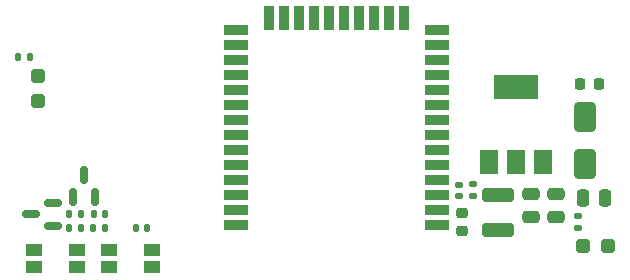
<source format=gbr>
G04 #@! TF.GenerationSoftware,KiCad,Pcbnew,(7.0.0)*
G04 #@! TF.CreationDate,2023-08-14T16:39:54+01:00*
G04 #@! TF.ProjectId,DevKit2022-Kicad7,4465764b-6974-4323-9032-322d4b696361,v1.0*
G04 #@! TF.SameCoordinates,Original*
G04 #@! TF.FileFunction,Paste,Top*
G04 #@! TF.FilePolarity,Positive*
%FSLAX46Y46*%
G04 Gerber Fmt 4.6, Leading zero omitted, Abs format (unit mm)*
G04 Created by KiCad (PCBNEW (7.0.0)) date 2023-08-14 16:39:54*
%MOMM*%
%LPD*%
G01*
G04 APERTURE LIST*
G04 Aperture macros list*
%AMRoundRect*
0 Rectangle with rounded corners*
0 $1 Rounding radius*
0 $2 $3 $4 $5 $6 $7 $8 $9 X,Y pos of 4 corners*
0 Add a 4 corners polygon primitive as box body*
4,1,4,$2,$3,$4,$5,$6,$7,$8,$9,$2,$3,0*
0 Add four circle primitives for the rounded corners*
1,1,$1+$1,$2,$3*
1,1,$1+$1,$4,$5*
1,1,$1+$1,$6,$7*
1,1,$1+$1,$8,$9*
0 Add four rect primitives between the rounded corners*
20,1,$1+$1,$2,$3,$4,$5,0*
20,1,$1+$1,$4,$5,$6,$7,0*
20,1,$1+$1,$6,$7,$8,$9,0*
20,1,$1+$1,$8,$9,$2,$3,0*%
G04 Aperture macros list end*
%ADD10RoundRect,0.135000X-0.185000X0.135000X-0.185000X-0.135000X0.185000X-0.135000X0.185000X0.135000X0*%
%ADD11RoundRect,0.135000X-0.135000X-0.185000X0.135000X-0.185000X0.135000X0.185000X-0.135000X0.185000X0*%
%ADD12RoundRect,0.150000X0.150000X-0.587500X0.150000X0.587500X-0.150000X0.587500X-0.150000X-0.587500X0*%
%ADD13RoundRect,0.150000X0.587500X0.150000X-0.587500X0.150000X-0.587500X-0.150000X0.587500X-0.150000X0*%
%ADD14RoundRect,0.250000X0.650000X-1.000000X0.650000X1.000000X-0.650000X1.000000X-0.650000X-1.000000X0*%
%ADD15RoundRect,0.218750X-0.218750X-0.256250X0.218750X-0.256250X0.218750X0.256250X-0.218750X0.256250X0*%
%ADD16RoundRect,0.250000X-1.100000X0.325000X-1.100000X-0.325000X1.100000X-0.325000X1.100000X0.325000X0*%
%ADD17RoundRect,0.225000X-0.250000X0.225000X-0.250000X-0.225000X0.250000X-0.225000X0.250000X0.225000X0*%
%ADD18RoundRect,0.140000X0.170000X-0.140000X0.170000X0.140000X-0.170000X0.140000X-0.170000X-0.140000X0*%
%ADD19RoundRect,0.140000X-0.140000X-0.170000X0.140000X-0.170000X0.140000X0.170000X-0.140000X0.170000X0*%
%ADD20RoundRect,0.250000X-0.475000X0.250000X-0.475000X-0.250000X0.475000X-0.250000X0.475000X0.250000X0*%
%ADD21RoundRect,0.250000X-0.250000X-0.475000X0.250000X-0.475000X0.250000X0.475000X-0.250000X0.475000X0*%
%ADD22R,2.000000X0.900000*%
%ADD23R,0.900000X2.000000*%
%ADD24RoundRect,0.300000X0.300000X-0.300000X0.300000X0.300000X-0.300000X0.300000X-0.300000X-0.300000X0*%
%ADD25RoundRect,0.300000X0.300000X0.300000X-0.300000X0.300000X-0.300000X-0.300000X0.300000X-0.300000X0*%
%ADD26R,1.500000X2.000000*%
%ADD27R,3.800000X2.000000*%
%ADD28R,1.400000X1.050000*%
G04 APERTURE END LIST*
D10*
X188723000Y-123522000D03*
X188723000Y-124542000D03*
D11*
X150240000Y-112729000D03*
X151260000Y-112729000D03*
X154558000Y-126064000D03*
X155578000Y-126064000D03*
X154558000Y-127207000D03*
X155578000Y-127207000D03*
X156590000Y-127207000D03*
X157610000Y-127207000D03*
D10*
X197613000Y-126189000D03*
X197613000Y-127209000D03*
D12*
X154880000Y-124588500D03*
X156780000Y-124588500D03*
X155830000Y-122713500D03*
D13*
X153211500Y-127014000D03*
X153211500Y-125114000D03*
X151336500Y-126064000D03*
D14*
X198248000Y-121841000D03*
X198248000Y-117841000D03*
D15*
X197841500Y-115015000D03*
X199416500Y-115015000D03*
D16*
X190882000Y-124459000D03*
X190882000Y-127409000D03*
D17*
X187834000Y-125924000D03*
X187834000Y-127474000D03*
D18*
X187580000Y-124512000D03*
X187580000Y-123552000D03*
D19*
X160176000Y-127207000D03*
X161136000Y-127207000D03*
X156620000Y-126064000D03*
X157580000Y-126064000D03*
D20*
X195771500Y-124352000D03*
X195771500Y-126252000D03*
X193676000Y-124352000D03*
X193676000Y-126252000D03*
D21*
X198060000Y-124667000D03*
X199960000Y-124667000D03*
D22*
X185665999Y-126952999D03*
X185665999Y-125682999D03*
X185665999Y-124412999D03*
X185665999Y-123142999D03*
X185665999Y-121872999D03*
X185665999Y-120602999D03*
X185665999Y-119332999D03*
X185665999Y-118062999D03*
X185665999Y-116792999D03*
X185665999Y-115522999D03*
X185665999Y-114252999D03*
X185665999Y-112982999D03*
X185665999Y-111712999D03*
X185665999Y-110442999D03*
D23*
X182880999Y-109442999D03*
X181610999Y-109442999D03*
X180340999Y-109442999D03*
X179070999Y-109442999D03*
X177800999Y-109442999D03*
X176530999Y-109442999D03*
X175260999Y-109442999D03*
X173990999Y-109442999D03*
X172720999Y-109442999D03*
X171450999Y-109442999D03*
D22*
X168665999Y-110442999D03*
X168665999Y-111712999D03*
X168665999Y-112982999D03*
X168665999Y-114252999D03*
X168665999Y-115522999D03*
X168665999Y-116792999D03*
X168665999Y-118062999D03*
X168665999Y-119332999D03*
X168665999Y-120602999D03*
X168665999Y-121872999D03*
X168665999Y-123142999D03*
X168665999Y-124412999D03*
X168665999Y-125682999D03*
X168665999Y-126952999D03*
D24*
X151893000Y-116446000D03*
X151893000Y-114346000D03*
D25*
X200187000Y-128731000D03*
X198087000Y-128731000D03*
D26*
X190105999Y-121593999D03*
X192405999Y-121593999D03*
D27*
X192405999Y-115293999D03*
D26*
X194705999Y-121593999D03*
D28*
X151616999Y-129090499D03*
X155216999Y-129090499D03*
X151616999Y-130530499D03*
X155216999Y-130530499D03*
X157966999Y-129090499D03*
X161566999Y-129090499D03*
X157966999Y-130530499D03*
X161566999Y-130530499D03*
M02*

</source>
